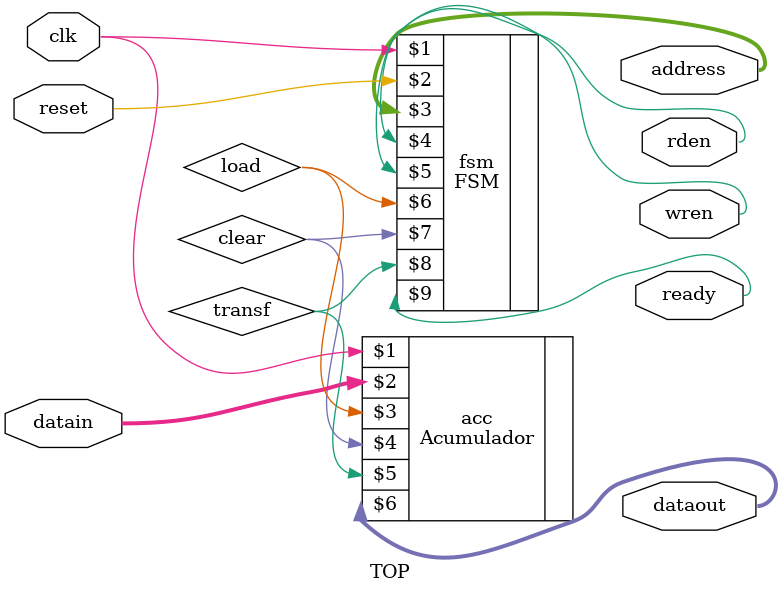
<source format=v>
module TOP (clk, reset, ready, address, rden, wren, datain, dataout);
input [15:0] datain;
input clk, reset;
output [15:0] dataout;
output [4:0] address;
output rden, wren, ready;
wire load, clear, transf;

Acumulador acc(clk, datain, load, clear, transf, dataout);
FSM fsm(clk, reset, address, rden, wren, load, clear, transf, ready);

endmodule 
</source>
